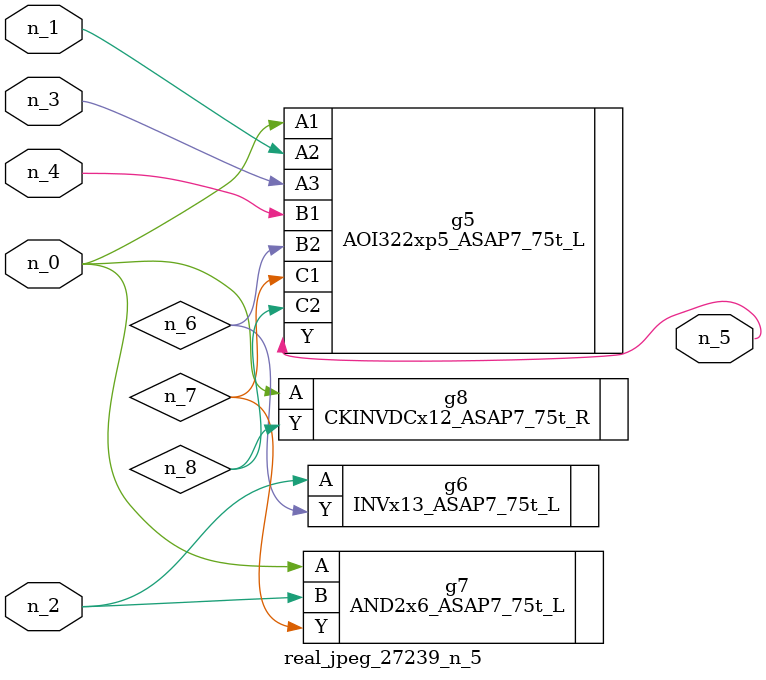
<source format=v>
module real_jpeg_27239_n_5 (n_4, n_0, n_1, n_2, n_3, n_5);

input n_4;
input n_0;
input n_1;
input n_2;
input n_3;

output n_5;

wire n_8;
wire n_6;
wire n_7;

AOI322xp5_ASAP7_75t_L g5 ( 
.A1(n_0),
.A2(n_1),
.A3(n_3),
.B1(n_4),
.B2(n_6),
.C1(n_7),
.C2(n_8),
.Y(n_5)
);

AND2x6_ASAP7_75t_L g7 ( 
.A(n_0),
.B(n_2),
.Y(n_7)
);

CKINVDCx12_ASAP7_75t_R g8 ( 
.A(n_0),
.Y(n_8)
);

INVx13_ASAP7_75t_L g6 ( 
.A(n_2),
.Y(n_6)
);


endmodule
</source>
